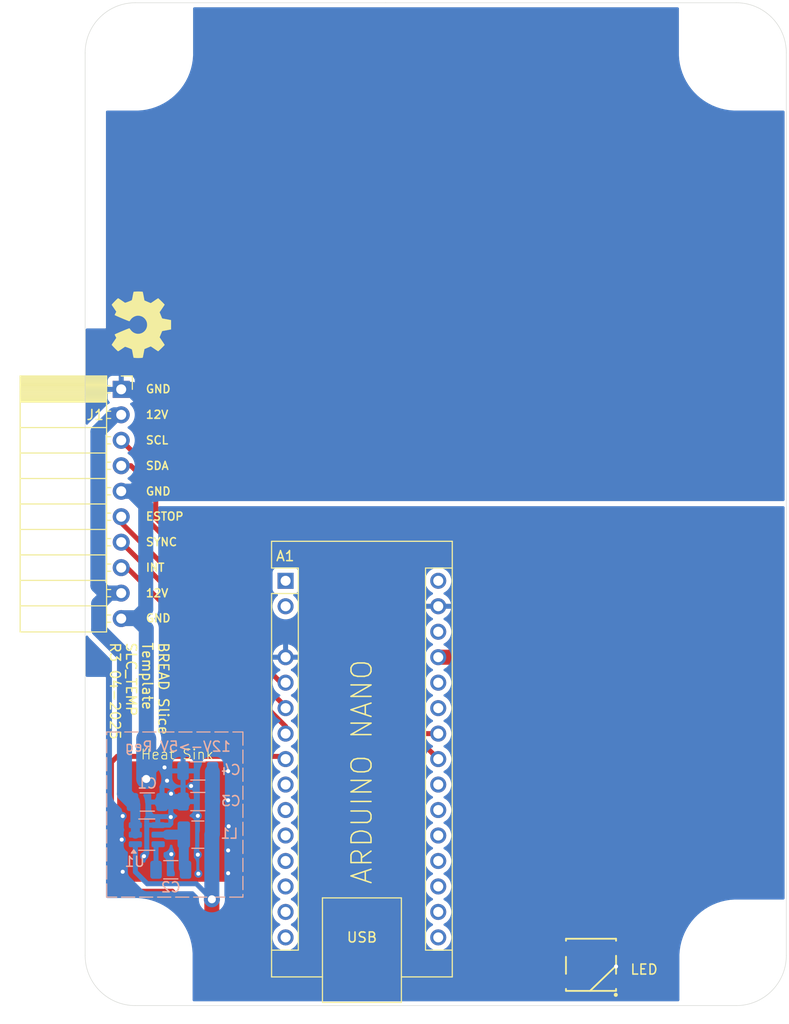
<source format=kicad_pcb>
(kicad_pcb (version 20241229) (generator "pcbnew") (generator_version "9.0")
  (layers (0 "F.Cu" signal) (2 "B.Cu" signal) (13 "F.Paste" user) (15 "B.Paste" user) (5 "F.SilkS" user "F.Silkscreen") (7 "B.SilkS" user "B.Silkscreen") (1 "F.Mask" user) (3 "B.Mask" user) (25 "Edge.Cuts" user))
  (net 0 "")
  (net 4 "/LED")
  (net 5 "/I2C_CLK")
  (net 6 "GND")
  (net 7 "/I2C_DAT")
  (net 9 "/SYNC")
  (net 16 "+12V")
  (net 17 "/INT")
  (net 19 "/ESTOP")
  (net 24 "+5V")
  (net 26 "Net-(U1-SW)")
  (net 27 "Net-(U1-BST)")
  (net 28 "unconnected-(A1-VIN-Pad30)")
  (net 33 "GNDPWR")
  (footprint "MountingHole:MountingHole_5mm" (layer "F.Cu") (at 127.6 44.8)
    (property "Reference" "H1" (hide yes))
    (property "Value" "MountingHole")
    (pad "" np_thru_hole circle (at 0 0) (size 5 5) (drill 5) (layers "*.Cu" "*.Mask"))
  )
  (footprint "MountingHole:MountingHole_5mm" (layer "F.Cu") (at 187.6 44.8)
    (property "Reference" "H3" (hide yes))
    (property "Value" "MountingHole")
    (pad "" np_thru_hole circle (at 0 0) (size 5 5) (drill 5) (layers "*.Cu" "*.Mask"))
  )
  (footprint "MountingHole:MountingHole_5mm" (layer "F.Cu") (at 127.6 134.8)
    (property "Reference" "H2" (hide yes))
    (property "Value" "MountingHole")
    (pad "" np_thru_hole circle (at 0 0) (size 5 5) (drill 5) (layers "*.Cu" "*.Mask"))
  )
  (footprint "MountingHole:MountingHole_5mm" (layer "F.Cu") (at 187.6 134.8)
    (property "Reference" "H4" (hide yes))
    (property "Value" "MountingHole")
    (pad "" np_thru_hole circle (at 0 0) (size 5 5) (drill 5) (layers "*.Cu" "*.Mask"))
  )
  (footprint "Module:Arduino_Nano" (layer "F.Cu") (at 142.61 97.44)
    (property "Reference" "A1" (at -0.035 -2.465 0) (layer "F.SilkS"))
    (property "Value" "Arduino_Nano_v3.x")
    (fp_line (start -1.4 -3.94) (end -1.4 -1.27) (stroke (width 0.12)) (layer "F.SilkS"))
    (fp_line (start -1.4 1.27) (end -1.4 39.5) (stroke (width 0.12)) (layer "F.SilkS"))
    (fp_line (start -1.4 39.5) (end 3.68 39.5) (stroke (width 0.12)) (layer "F.SilkS"))
    (fp_line (start 1.27 -1.27) (end -1.4 -1.27) (stroke (width 0.12)) (layer "F.SilkS"))
    (fp_line (start 1.27 1.27) (end -1.4 1.27) (stroke (width 0.12)) (layer "F.SilkS"))
    (fp_line (start 1.27 1.27) (end 1.27 -1.27) (stroke (width 0.12)) (layer "F.SilkS"))
    (fp_line (start 1.27 1.27) (end 1.27 36.83) (stroke (width 0.12)) (layer "F.SilkS"))
    (fp_line (start 1.27 36.83) (end -1.4 36.83) (stroke (width 0.12)) (layer "F.SilkS"))
    (fp_line (start 3.68 31.62) (end 11.56 31.62) (stroke (width 0.12)) (layer "F.SilkS"))
    (fp_line (start 3.68 42.04) (end 3.68 31.62) (stroke (width 0.12)) (layer "F.SilkS"))
    (fp_line (start 11.56 31.62) (end 11.56 42.04) (stroke (width 0.12)) (layer "F.SilkS"))
    (fp_line (start 11.56 42.04) (end 3.68 42.04) (stroke (width 0.12)) (layer "F.SilkS"))
    (fp_line (start 13.97 -1.27) (end 13.97 36.83) (stroke (width 0.12)) (layer "F.SilkS"))
    (fp_line (start 13.97 -1.27) (end 16.64 -1.27) (stroke (width 0.12)) (layer "F.SilkS"))
    (fp_line (start 13.97 36.83) (end 16.64 36.83) (stroke (width 0.12)) (layer "F.SilkS"))
    (fp_line (start 16.64 -3.94) (end -1.4 -3.94) (stroke (width 0.12)) (layer "F.SilkS"))
    (fp_line (start 16.64 39.5) (end 11.56 39.5) (stroke (width 0.12)) (layer "F.SilkS"))
    (fp_line (start 16.64 39.5) (end 16.64 -3.94) (stroke (width 0.12)) (layer "F.SilkS"))
    (fp_text user "USB" (at 7.62 35.56 0) (layer "F.SilkS"))
    (pad "1" thru_hole rect (at 0 0) (size 1.6 1.6) (drill 1) (layers "*.Cu" "*.Mask"))
    (pad "2" thru_hole oval (at 0 2.54) (size 1.6 1.6) (drill 1) (layers "*.Cu" "*.Mask"))
    (pad "4" thru_hole oval (at 0 7.62) (size 1.6 1.6) (drill 1) (layers "*.Cu" "*.Mask") (net 6 "GND"))
    (pad "5" thru_hole oval (at 0 10.16) (size 1.6 1.6) (drill 1) (layers "*.Cu" "*.Mask") (net 19 "/ESTOP"))
    (pad "6" thru_hole oval (at 0 12.7) (size 1.6 1.6) (drill 1) (layers "*.Cu" "*.Mask") (net 17 "/INT"))
    (pad "7" thru_hole oval (at 0 15.24) (size 1.6 1.6) (drill 1) (layers "*.Cu" "*.Mask") (net 9 "/SYNC"))
    (pad "8" thru_hole oval (at 0 17.78) (size 1.6 1.6) (drill 1) (layers "*.Cu" "*.Mask") (net 4 "/LED"))
    (pad "9" thru_hole oval (at 0 20.32) (size 1.6 1.6) (drill 1) (layers "*.Cu" "*.Mask"))
    (pad "10" thru_hole oval (at 0 22.86) (size 1.6 1.6) (drill 1) (layers "*.Cu" "*.Mask"))
    (pad "11" thru_hole oval (at 0 25.4) (size 1.6 1.6) (drill 1) (layers "*.Cu" "*.Mask"))
    (pad "12" thru_hole oval (at 0 27.94) (size 1.6 1.6) (drill 1) (layers "*.Cu" "*.Mask"))
    (pad "13" thru_hole oval (at 0 30.48) (size 1.6 1.6) (drill 1) (layers "*.Cu" "*.Mask"))
    (pad "14" thru_hole oval (at 0 33.02) (size 1.6 1.6) (drill 1) (layers "*.Cu" "*.Mask"))
    (pad "15" thru_hole oval (at 0 35.56) (size 1.6 1.6) (drill 1) (layers "*.Cu" "*.Mask"))
    (pad "16" thru_hole oval (at 15.24 35.56) (size 1.6 1.6) (drill 1) (layers "*.Cu" "*.Mask"))
    (pad "17" thru_hole oval (at 15.24 33.02) (size 1.6 1.6) (drill 1) (layers "*.Cu" "*.Mask"))
    (pad "18" thru_hole oval (at 15.24 30.48) (size 1.6 1.6) (drill 1) (layers "*.Cu" "*.Mask"))
    (pad "19" thru_hole oval (at 15.24 27.94) (size 1.6 1.6) (drill 1) (layers "*.Cu" "*.Mask"))
    (pad "20" thru_hole oval (at 15.24 25.4) (size 1.6 1.6) (drill 1) (layers "*.Cu" "*.Mask"))
    (pad "21" thru_hole oval (at 15.24 22.86) (size 1.6 1.6) (drill 1) (layers "*.Cu" "*.Mask"))
    (pad "22" thru_hole oval (at 15.24 20.32) (size 1.6 1.6) (drill 1) (layers "*.Cu" "*.Mask"))
    (pad "23" thru_hole oval (at 15.24 17.78) (size 1.6 1.6) (drill 1) (layers "*.Cu" "*.Mask") (net 7 "/I2C_DAT"))
    (pad "24" thru_hole oval (at 15.24 15.24) (size 1.6 1.6) (drill 1) (layers "*.Cu" "*.Mask") (net 5 "/I2C_CLK"))
    (pad "25" thru_hole oval (at 15.24 12.7) (size 1.6 1.6) (drill 1) (layers "*.Cu" "*.Mask"))
    (pad "26" thru_hole oval (at 15.24 10.16) (size 1.6 1.6) (drill 1) (layers "*.Cu" "*.Mask"))
    (pad "27" thru_hole oval (at 15.24 7.62) (size 1.6 1.6) (drill 1) (layers "*.Cu" "*.Mask") (net 24 "+5V"))
    (pad "28" thru_hole oval (at 15.24 5.08) (size 1.6 1.6) (drill 1) (layers "*.Cu" "*.Mask"))
    (pad "29" thru_hole oval (at 15.24 2.54) (size 1.6 1.6) (drill 1) (layers "*.Cu" "*.Mask") (net 6 "GND"))
    (pad "30" thru_hole oval (at 15.24 0) (size 1.6 1.6) (drill 1) (layers "*.Cu" "*.Mask") (net 28 "unconnected-(A1-VIN-Pad30)"))
  )
  (footprint "Connector_PinSocket_2.54mm:PinSocket_1x10_P2.54mm_Horizontal" (layer "F.Cu") (at 126.2 78.35)
    (property "Reference" "J1" (at -2.6 2.55 0) (layer "F.SilkS"))
    (property "Value" "Conn_01x10_Female")
    (fp_line (start -10.09 -1.33) (end -10.09 24.19) (stroke (width 0.12)) (layer "F.SilkS"))
    (fp_line (start -10.09 -1.33) (end -1.46 -1.33) (stroke (width 0.12)) (layer "F.SilkS"))
    (fp_line (start -10.09 -1.21) (end -1.46 -1.21) (stroke (width 0.12)) (layer "F.SilkS"))
    (fp_line (start -10.09 -1.091905) (end -1.46 -1.091905) (stroke (width 0.12)) (layer "F.SilkS"))
    (fp_line (start -10.09 -0.97381) (end -1.46 -0.97381) (stroke (width 0.12)) (layer "F.SilkS"))
    (fp_line (start -10.09 -0.855715) (end -1.46 -0.855715) (stroke (width 0.12)) (layer "F.SilkS"))
    (fp_line (start -10.09 -0.73762) (end -1.46 -0.73762) (stroke (width 0.12)) (layer "F.SilkS"))
    (fp_line (start -10.09 -0.619525) (end -1.46 -0.619525) (stroke (width 0.12)) (layer "F.SilkS"))
    (fp_line (start -10.09 -0.50143) (end -1.46 -0.50143) (stroke (width 0.12)) (layer "F.SilkS"))
    (fp_line (start -10.09 -0.383335) (end -1.46 -0.383335) (stroke (width 0.12)) (layer "F.SilkS"))
    (fp_line (start -10.09 -0.26524) (end -1.46 -0.26524) (stroke (width 0.12)) (layer "F.SilkS"))
    (fp_line (start -10.09 -0.147145) (end -1.46 -0.147145) (stroke (width 0.12)) (layer "F.SilkS"))
    (fp_line (start -10.09 -0.02905) (end -1.46 -0.02905) (stroke (width 0.12)) (layer "F.SilkS"))
    (fp_line (start -10.09 0.089045) (end -1.46 0.089045) (stroke (width 0.12)) (layer "F.SilkS"))
    (fp_line (start -10.09 0.20714) (end -1.46 0.20714) (stroke (width 0.12)) (layer "F.SilkS"))
    (fp_line (start -10.09 0.325235) (end -1.46 0.325235) (stroke (width 0.12)) (layer "F.SilkS"))
    (fp_line (start -10.09 0.44333) (end -1.46 0.44333) (stroke (width 0.12)) (layer "F.SilkS"))
    (fp_line (start -10.09 0.561425) (end -1.46 0.561425) (stroke (width 0.12)) (layer "F.SilkS"))
    (fp_line (start -10.09 0.67952) (end -1.46 0.67952) (stroke (width 0.12)) (layer "F.SilkS"))
    (fp_line (start -10.09 0.797615) (end -1.46 0.797615) (stroke (width 0.12)) (layer "F.SilkS"))
    (fp_line (start -10.09 0.91571) (end -1.46 0.91571) (stroke (width 0.12)) (layer "F.SilkS"))
    (fp_line (start -10.09 1.033805) (end -1.46 1.033805) (stroke (width 0.12)) (layer "F.SilkS"))
    (fp_line (start -10.09 1.1519) (end -1.46 1.1519) (stroke (width 0.12)) (layer "F.SilkS"))
    (fp_line (start -10.09 1.27) (end -1.46 1.27) (stroke (width 0.12)) (layer "F.SilkS"))
    (fp_line (start -10.09 3.81) (end -1.46 3.81) (stroke (width 0.12)) (layer "F.SilkS"))
    (fp_line (start -10.09 6.35) (end -1.46 6.35) (stroke (width 0.12)) (layer "F.SilkS"))
    (fp_line (start -10.09 8.89) (end -1.46 8.89) (stroke (width 0.12)) (layer "F.SilkS"))
    (fp_line (start -10.09 11.43) (end -1.46 11.43) (stroke (width 0.12)) (layer "F.SilkS"))
    (fp_line (start -10.09 13.97) (end -1.46 13.97) (stroke (width 0.12)) (layer "F.SilkS"))
    (fp_line (start -10.09 16.51) (end -1.46 16.51) (stroke (width 0.12)) (layer "F.SilkS"))
    (fp_line (start -10.09 19.05) (end -1.46 19.05) (stroke (width 0.12)) (layer "F.SilkS"))
    (fp_line (start -10.09 21.59) (end -1.46 21.59) (stroke (width 0.12)) (layer "F.SilkS"))
    (fp_line (start -10.09 24.19) (end -1.46 24.19) (stroke (width 0.12)) (layer "F.SilkS"))
    (fp_line (start -1.46 -1.33) (end -1.46 24.19) (stroke (width 0.12)) (layer "F.SilkS"))
    (fp_line (start -1.46 -0.36) (end -1.11 -0.36) (stroke (width 0.12)) (layer "F.SilkS"))
    (fp_line (start -1.46 0.36) (end -1.11 0.36) (stroke (width 0.12)) (layer "F.SilkS"))
    (fp_line (start -1.46 2.18) (end -1.05 2.18) (stroke (width 0.12)) (layer "F.SilkS"))
    (fp_line (start -1.46 2.9) (end -1.05 2.9) (stroke (width 0.12)) (layer "F.SilkS"))
    (fp_line (start -1.46 4.72) (end -1.05 4.72) (stroke (width 0.12)) (layer "F.SilkS"))
    (fp_line (start -1.46 5.44) (end -1.05 5.44) (stroke (width 0.12)) (layer "F.SilkS"))
    (fp_line (start -1.46 7.26) (end -1.05 7.26) (stroke (width 0.12)) (layer "F.SilkS"))
    (fp_line (start -1.46 7.98) (end -1.05 7.98) (stroke (width 0.12)) (layer "F.SilkS"))
    (fp_line (start -1.46 9.8) (end -1.05 9.8) (stroke (width 0.12)) (layer "F.SilkS"))
    (fp_line (start -1.46 10.52) (end -1.05 10.52) (stroke (width 0.12)) (layer "F.SilkS"))
    (fp_line (start -1.46 12.34) (end -1.05 12.34) (stroke (width 0.12)) (layer "F.SilkS"))
    (fp_line (start -1.46 13.06) (end -1.05 13.06) (stroke (width 0.12)) (layer "F.SilkS"))
    (fp_line (start -1.46 14.88) (end -1.05 14.88) (stroke (width 0.12)) (layer "F.SilkS"))
    (fp_line (start -1.46 15.6) (end -1.05 15.6) (stroke (width 0.12)) (layer "F.SilkS"))
    (fp_line (start -1.46 17.42) (end -1.05 17.42) (stroke (width 0.12)) (layer "F.SilkS"))
    (fp_line (start -1.46 18.14) (end -1.05 18.14) (stroke (width 0.12)) (layer "F.SilkS"))
    (fp_line (start -1.46 19.96) (end -1.05 19.96) (stroke (width 0.12)) (layer "F.SilkS"))
    (fp_line (start -1.46 20.68) (end -1.05 20.68) (stroke (width 0.12)) (layer "F.SilkS"))
    (fp_line (start -1.46 22.5) (end -1.05 22.5) (stroke (width 0.12)) (layer "F.SilkS"))
    (fp_line (start -1.46 23.22) (end -1.05 23.22) (stroke (width 0.12)) (layer "F.SilkS"))
    (fp_line (start 0 -1.33) (end 1.11 -1.33) (stroke (width 0.12)) (layer "F.SilkS"))
    (fp_line (start 1.11 -1.33) (end 1.11 0) (stroke (width 0.12)) (layer "F.SilkS"))
    (pad "1" thru_hole rect (at 0 0) (size 1.7 1.7) (drill 1) (layers "*.Cu" "*.Mask") (net 33 "GNDPWR"))
    (pad "2" thru_hole oval (at 0 2.54) (size 1.7 1.7) (drill 1) (layers "*.Cu" "*.Mask") (net 16 "+12V"))
    (pad "3" thru_hole oval (at 0 5.08) (size 1.7 1.7) (drill 1) (layers "*.Cu" "*.Mask") (net 5 "/I2C_CLK"))
    (pad "4" thru_hole oval (at 0 7.62) (size 1.7 1.7) (drill 1) (layers "*.Cu" "*.Mask") (net 7 "/I2C_DAT"))
    (pad "5" thru_hole oval (at 0 10.16) (size 1.7 1.7) (drill 1) (layers "*.Cu" "*.Mask") (net 33 "GNDPWR"))
    (pad "6" thru_hole oval (at 0 12.7) (size 1.7 1.7) (drill 1) (layers "*.Cu" "*.Mask") (net 19 "/ESTOP"))
    (pad "7" thru_hole oval (at 0 15.24) (size 1.7 1.7) (drill 1) (layers "*.Cu" "*.Mask") (net 17 "/INT"))
    (pad "8" thru_hole oval (at 0 17.78) (size 1.7 1.7) (drill 1) (layers "*.Cu" "*.Mask") (net 9 "/SYNC"))
    (pad "9" thru_hole oval (at 0 20.32) (size 1.7 1.7) (drill 1) (layers "*.Cu" "*.Mask") (net 16 "+12V"))
    (pad "10" thru_hole oval (at 0 22.86) (size 1.7 1.7) (drill 1) (layers "*.Cu" "*.Mask") (net 33 "GNDPWR"))
  )
  (footprint "Symbol:OSHW-Symbol_6.7x6mm_SilkScreen" (layer "F.Cu") (at 128.2 71.9 -90)
    (property "Reference" "Logo1" (hide yes))
    (property "Value" "Logo_Open_Hardware_Small" (hide yes))
    (fp_poly (pts (xy 0.555814 -2.531069) (xy 0.639635 -2.086445) (xy 0.94892 -1.958947) (xy 1.258206 -1.831449) (xy 1.629246 -2.083754) (xy 1.733157 -2.154004) (xy 1.827087 -2.216728) (xy 1.906652 -2.269062) (xy 1.96747 -2.308143) (xy 2.005157 -2.331107) (xy 2.015421 -2.336058) (xy 2.03391 -2.323324) (xy 2.07342 -2.288118) (xy 2.129522 -2.234938) (xy 2.197787 -2.168282) (xy 2.273786 -2.092646) (xy 2.353092 -2.012528) (xy 2.431275 -1.932426) (xy 2.503907 -1.856836) (xy 2.566559 -1.790255) (xy 2.614803 -1.737182) (xy 2.64421 -1.702113) (xy 2.651241 -1.690377) (xy 2.641123 -1.66874) (xy 2.612759 -1.621338) (xy 2.569129 -1.552807) (xy 2.513218 -1.467785) (xy 2.448006 -1.370907) (xy 2.410219 -1.31565) (xy 2.341343 -1.214752) (xy 2.28014 -1.123701) (xy 2.229578 -1.04703) (xy 2.192628 -0.989272) (xy 2.172258 -0.954957) (xy 2.169197 -0.947746) (xy 2.176136 -0.927252) (xy 2.195051 -0.879487) (xy 2.223087 -0.811168) (xy 2.257391 -0.729011) (xy 2.295109 -0.63973) (xy 2.333387 -0.550042) (xy 2.36937 -0.466662) (xy 2.400206 -0.396306) (xy 2.423039 -0.34569) (xy 2.435017 -0.321529) (xy 2.435724 -0.320578) (xy 2.454531 -0.315964) (xy 2.504618 -0.305672) (xy 2.580793 -0.290713) (xy 2.677865 -0.272099) (xy 2.790643 -0.250841) (xy 2.856442 -0.238582) (xy 2.97695 -0.215638) (xy 3.085797 -0.193805) (xy 3.177476 -0.174278) (xy 3.246481 -0.158252) (xy 3.287304 -0.146921) (xy 3.295511 -0.143326) (xy 3.303548 -0.118994) (xy 3.310033 -0.064041) (xy 3.31497 0.015108) (xy 3.318364 0.112026) (xy 3.320218 0.220287) (xy 3.320538 0.333465) (xy 3.319327 0.445135) (xy 3.31659 0.548868) (xy 3.312331 0.638241) (xy 3.306555 0.706826) (xy 3.299267 0.748197) (xy 3.294895 0.75681) (xy 3.268764 0.767133) (xy 3.213393 0.781892) (xy 3.136107 0.799352) (xy 3.04423 0.81778) (xy 3.012158 0.823741) (xy 2.857524 0.852066) (xy 2.735375 0.874876) (xy 2.641673 0.89308) (xy 2.572384 0.907583) (xy 2.523471 0.919292) (xy 2.490897 0.929115) (xy 2.470628 0.937956) (xy 2.458626 0.946724) (xy 2.456947 0.948457) (xy 2.440184 0.976371) (xy 2.414614 1.030695) (xy 2.382788 1.104777) (xy 2.34726 1.191965) (xy 2.310583 1.285608) (xy 2.275311 1.379052) (xy 2.243996 1.465647) (xy 2.219193 1.53874) (xy 2.203454 1.591678) (xy 2.199332 1.617811) (xy 2.199676 1.618726) (xy 2.213641 1.640086) (xy 2.245322 1.687084) (xy 2.291391 1.754827) (xy 2.348518 1.838423) (xy 2.413373 1.932982) (xy 2.431843 1.959854) (xy 2.497699 2.057275) (xy 2.55565 2.146163) (xy 2.602538 2.221412) (xy 2.635207 2.27792) (xy 2.6505 2.310581) (xy 2.651241 2.314593) (xy 2.638392 2.335684) (xy 2.602888 2.377464) (xy 2.549293 2.435445) (xy 2.482171 2.505135) (xy 2.406087 2.582045) (xy 2.325604 2.661683) (xy 2.245287 2.739561) (xy 2.169699 2.811186) (xy 2.103405 2.87207) (xy 2.050969 2.917721) (xy 2.016955 2.94365) (xy 2.007545 2.947883) (xy 1.985643 2.937912) (xy 1.9408 2.91102) (xy 1.880321 2.871736) (xy 1.833789 2.840117) (xy 1.749475 2.782098) (xy 1.649626 2.713784) (xy 1.549473 2.645579) (xy 1.495627 2.609075) (xy 1.313371 2.4858) (xy 1.160381 2.56852) (xy 1.090682 2.604759) (xy 1.031414 2.632926) (xy 0.991311 2.648991) (xy 0.981103 2.651226) (xy 0.968829 2.634722) (xy 0.944613 2.588082) (xy 0.910263 2.515609) (xy 0.867588 2.421606) (xy 0.818394 2.310374) (xy 0.76449 2.186215) (xy 0.707684 2.053432) (xy 0.649782 1.916327) (xy 0.592593 1.779202) (xy 0.537924 1.646358) (xy 0.487584 1.522098) (xy 0.44338 1.410725) (xy 0.407119 1.316539) (xy 0.380609 1.243844) (xy 0.365658 1.196941) (xy 0.363254 1.180833) (xy 0.382311 1.160286) (xy 0.424036 1.126933) (xy 0.479706 1.087702) (xy 0.484378 1.084599) (xy 0.628264 0.969423) (xy 0.744283 0.835053) (xy 0.83143 0.685784) (xy 0.888699 0.525913) (xy 0.915086 0.359737) (xy 0.909585 0.191552) (xy 0.87119 0.025655) (xy 0.798895 -0.133658) (xy 0.777626 -0.168513) (xy 0.666996 -0.309263) (xy 0.536302 -0.422286) (xy 0.390064 -0.506997) (xy 0.232808 -0.562806) (xy 0.069057 -0.589126) (xy -0.096667 -0.58537) (xy -0.259838 -0.55095) (xy -0.415935 -0.485277) (xy -0.560433 -0.387765) (xy -0.605131 -0.348187) (xy -0.718888 -0.224297) (xy -0.801782 -0.093876) (xy -0.858644 0.052315) (xy -0.890313 0.197088) (xy -0.898131 0.35986) (xy -0.872062 0.52344) (xy -0.814755 0.682298) (xy -0.728856 0.830906) (xy -0.617014 0.963735) (xy -0.481877 1.075256) (xy -0.464117 1.087011) (xy -0.40785 1.125508) (xy -0.365077 1.158863) (xy -0.344628 1.18016) (xy -0.344331 1.180833) (xy -0.348721 1.203871) (xy -0.366124 1.256157) (xy -0.394732 1.33339) (xy -0.432735 1.431268) (xy -0.478326 1.545491) (xy -0.529697 1.671758) (xy -0.585038 1.805767) (xy -0.642542 1.943218) (xy -0.700399 2.079808) (xy -0.756802 2.211237) (xy -0.809942 2.333205) (xy -0.85801 2.441409) (xy -0.899199 2.531549) (xy -0.931699 2.599323) (xy -0.953703 2.64043) (xy -0.962564 2.651226) (xy -0.98964 2.642819) (xy -1.040303 2.620272) (xy -1.105817 2.587613) (xy -1.141841 2.56852) (xy -1.294832 2.4858) (xy -1.477088 2.609075) (xy -1.570125 2.672228) (xy -1.671985 2.741727) (xy -1.767438 2.807165) (xy -1.81525 2.840117) (xy -1.882495 2.885273) (xy -1.939436 2.921057) (xy -1.978646 2.942938) (xy -1.991381 2.947563) (xy -2.009917 2.935085) (xy -2.050941 2.900252) (xy -2.110475 2.846678) (xy -2.184542 2.777983) (xy -2.269165 2.697781) (xy -2.322685 2.646286) (xy -2.416319 2.554286) (xy -2.497241 2.471999) (xy -2.562177 2.402945) (xy -2.607858 2.350644) (xy -2.631011 2.318616) (xy -2.633232 2.312116) (xy -2.622924 2.287394) (xy -2.594439 2.237405) (xy -2.550937 2.167212) (xy -2.495577 2.081875) (xy -2.43152 1.986456) (xy -2.413303 1.959854) (xy -2.346927 1.863167) (xy -2.287378 1.776117) (xy -2.237984 1.703595) (xy -2.202075 1.650493) (xy -2.182981 1.621703) (xy -2.181136 1.618726) (xy -2.183895 1.595782) (xy -2.198538 1.545336) (xy -2.222513 1.474041) (xy -2.253266 1.388547) (xy -2.288244 1.295507) (xy -2.324893 1.201574) (xy -2.360661 1.113399) (xy -2.392994 1.037634) (xy -2.419338 0.980931) (xy -2.437142 0.949943) (xy -2.438407 0.948457) (xy -2.449294 0.939601) (xy -2.467682 0.930843) (xy -2.497606 0.921277) (xy -2.543103 0.909996) (xy -2.608209 0.896093) (xy -2.696961 0.878663) (xy -2.813393 0.856798) (xy -2.961542 0.829591) (xy -2.993618 0.823741) (xy -3.088686 0.805374) (xy -3.171565 0.787405) (xy -3.23493 0.771569) (xy -3.271458 0.7596) (xy -3.276356 0.75681) (xy -3.284427 0.732072) (xy -3.290987 0.67679) (xy -3.296033 0.597389) (xy -3.299559 0.500296) (xy -3.301561 0.391938) (xy -3.302036 0.27874) (xy -3.300977 0.167128) (xy -3.298382 0.063529) (xy -3.294246 -0.025632) (xy -3.288563 -0.093928) (xy -3.281331 -0.134934) (xy -3.276971 -0.143326) (xy -3.252698 -0.151792) (xy -3.197426 -0.165565) (xy -3.116662 -0.18345) (xy -3.015912 -0.204252) (xy -2.900683 -0.226777) (xy -2.837902 -0.238582) (xy -2.718787 -0.260849) (xy -2.612565 -0.281021) (xy -2.524427 -0.298085) (xy -2.459566 -0.311031) (xy -2.423174 -0.318845) (xy -2.417184 -0.320578) (xy -2.407061 -0.34011) (xy -2.385662 -0.387157) (xy -2.355839 -0.454997) (xy -2.320445 -0.536909) (xy -2.282332 -0.626172) (xy -2.244353 -0.716065) (xy -2.20936 -0.799865) (xy -2.180206 -0.870853) (xy -2.159743 -0.922306) (xy -2.150823 -0.947503) (xy -2.150657 -0.948604) (xy -2.160769 -0.968481) (xy -2.189117 -1.014223) (xy -2.232723 -1.081283) (xy -2.288606 -1.165116) (xy -2.353787 -1.261174) (xy -2.391679 -1.31635) (xy -2.460725 -1.417519) (xy -2.52205 -1.50937) (xy -2.572663 -1.587256) (xy -2.609571 -1.646531) (xy -2.629782 -1.682549) (xy -2.632701 -1.690623) (xy -2.620153 -1.709416) (xy -2.585463 -1.749543) (xy -2.533063 -1.806507) (xy -2.467384 -1.875815) (xy -2.392856 -1.952969) (xy -2.313913 -2.033475) (xy -2.234983 -2.112837) (xy -2.1605 -2.18656) (xy -2.094894 -2.250148) (xy -2.042596 -2.299106) (xy -2.008039 -2.328939) (xy -1.996478 -2.336058) (xy -1.977654 -2.326047) (xy -1.932631 -2.297922) (xy -1.865787 -2.254546) (xy -1.781499 -2.198782) (xy -1.684144 -2.133494) (xy -1.610707 -2.083754) (xy -1.239667 -1.831449) (xy -0.621095 -2.086445) (xy -0.537275 -2.531069) (xy -0.453454 -2.975693) (xy 0.471994 -2.975693) (xy 0.555814 -2.531069)) (stroke (width 0.01)) (fill yes) (layer "F.SilkS"))
  )
  (footprint "SparkFun-LED:WS2812-5050-4PIN" (layer "F.Cu") (at 173.1 135.732769)
    (property "Reference" "D1")
    (property "Value" "WS2812B_5050")
    (fp_line (start -2.5 -2.6) (end 2.5 -2.6) (stroke (width 0.1778)) (layer "F.SilkS"))
    (fp_line (start -2.5 -2.4) (end -2.5 -2.6) (stroke (width 0.1778)) (layer "F.SilkS"))
    (fp_line (start -2.5 0.9) (end -2.5 -0.8) (stroke (width 0.1778)) (layer "F.SilkS"))
    (fp_line (start -2.5 2.4) (end -2.5 2.6) (stroke (width 0.1778)) (layer "F.SilkS"))
    (fp_line (start -2.5 2.6) (end 2.5 2.6) (stroke (width 0.1778)) (layer "F.SilkS"))
    (fp_line (start 2.5 -2.6) (end 2.5 -2.4) (stroke (width 0.1778)) (layer "F.SilkS"))
    (fp_line (start 2.5 -0.9) (end 2.5 0.1) (stroke (width 0.1778)) (layer "F.SilkS"))
    (fp_line (start 2.5 0.1) (end -0.1 2.6) (stroke (width 0.1778)) (layer "F.SilkS"))
    (fp_line (start 2.5 0.1) (end 2.5 0.9) (stroke (width 0.1778)) (layer "F.SilkS"))
    (fp_line (start 2.5 2.6) (end 2.5 2.4) (stroke (width 0.1778)) (layer "F.SilkS"))
    (fp_circle (center 2.475 2.99375) (end 2.475 3.09375) (stroke (width 0.2)) (fill yes) (layer "F.SilkS"))
    (pad "1" smd rect (at -2.577 -1.6) (size 1.651 1) (layers "F.Cu" "F.Mask" "F.Paste") (net 24 "+5V"))
    (pad "2" smd rect (at -2.577 1.6) (size 1.651 1) (layers "F.Cu" "F.Mask" "F.Paste"))
    (pad "3" smd rect (at 2.577 1.6) (size 1.651 1) (layers "F.Cu" "F.Mask" "F.Paste") (net 6 "GND"))
    (pad "4" smd rect (at 2.577 -1.6) (size 1.651 1) (layers "F.Cu" "F.Mask" "F.Paste") (net 4 "/LED"))
  )
  (footprint "kml-custom:Thermal Pad" (layer "F.Cu") (at 131.8 121.45)
    (property "Reference" "HS1")
    (property "Value" "Heatsink_Pad")
    (fp_text user "Heat Sink" (at 0 -6.7 0) (layer "F.SilkS") (effects (font (thickness 0.1))))
    (pad "1" smd roundrect (at 0 0) (size 12 12) (layers "F.Cu" "F.Mask" "F.Paste") (roundrect_rratio 0.08333333333) (net 6 "GND"))
  )
  (footprint "NetTie:NetTie-2_SMD_Pad2.0mm" (layer "B.Cu") (at 128.7 115.2 90)
    (property "Reference" "NT1" (hide yes))
    (property "Value" "NetTie_2" (hide yes))
    (fp_poly (pts (xy -2 1) (xy 2 1) (xy 2 -1) (xy -2 -1)) (fill yes) (layer "B.Cu"))
    (pad "1" smd circle (at -2 0 90) (size 2 2) (layers "B.Cu") (net 6 "GND"))
    (pad "2" smd circle (at 2 0 90) (size 2 2) (layers "B.Cu") (net 33 "GNDPWR"))
  )
  (footprint "Capacitor_SMD:C_1206_3216Metric" (layer "B.Cu") (at 128.8 119.5 180)
    (property "Reference" "C1" (at 0 1.85 180) (layer "B.SilkS") (effects (justify mirror)))
    (property "Value" "22uF")
    (fp_line (start 0.711252 0.91) (end -0.711252 0.91) (stroke (width 0.12)) (layer "B.SilkS"))
    (fp_line (start 0.711252 -0.91) (end -0.711252 -0.91) (stroke (width 0.12)) (layer "B.SilkS"))
    (pad "1" smd roundrect (at -1.475 0 180) (size 1.15 1.8) (layers "B.Cu" "B.Mask" "B.Paste") (roundrect_rratio 0.217391) (net 6 "GND"))
    (pad "2" smd roundrect (at 1.475 0 180) (size 1.15 1.8) (layers "B.Cu" "B.Mask" "B.Paste") (roundrect_rratio 0.217391) (net 16 "+12V"))
  )
  (footprint "Package_TO_SOT_SMD:TSOT-23-6" (layer "B.Cu") (at 128.75 122.755)
    (property "Reference" "U1" (at -1.2 2.695 0) (layer "B.SilkS") (effects (justify mirror)))
    (property "Value" "AP63205")
    (fp_line (start -0.8 -1.56) (end 0 -1.56) (stroke (width 0.12)) (layer "B.SilkS"))
    (fp_line (start -0.8 1.56) (end 0 1.56) (stroke (width 0.12)) (layer "B.SilkS"))
    (fp_line (start 0.8 -1.56) (end 0 -1.56) (stroke (width 0.12)) (layer "B.SilkS"))
    (fp_line (start 0.8 1.56) (end 0 1.56) (stroke (width 0.12)) (layer "B.SilkS"))
    (fp_poly (pts (xy -1.3 1.51) (xy -1.54 1.84) (xy -1.06 1.84) (xy -1.3 1.51)) (stroke (width 0.12)) (fill yes) (layer "B.SilkS"))
    (pad "1" smd roundrect (at -1.1375 0.95) (size 1.325 0.6) (layers "B.Cu" "B.Mask" "B.Paste") (net 24 "+5V"))
    (pad "2" smd roundrect (at -1.1375 0) (size 1.325 0.6) (layers "B.Cu" "B.Mask" "B.Paste") (net 16 "+12V"))
    (pad "3" smd roundrect (at -1.1375 -0.95) (size 1.325 0.6) (layers "B.Cu" "B.Mask" "B.Paste") (net 16 "+12V"))
    (pad "4" smd roundrect (at 1.1375 -0.95) (size 1.325 0.6) (layers "B.Cu" "B.Mask" "B.Paste") (net 6 "GND"))
    (pad "5" smd roundrect (at 1.1375 0) (size 1.325 0.6) (layers "B.Cu" "B.Mask" "B.Paste") (net 26 "Net-(U1-SW)"))
    (pad "6" smd roundrect (at 1.1375 0.95) (size 1.325 0.6) (layers "B.Cu" "B.Mask" "B.Paste") (net 27 "Net-(U1-BST)"))
  )
  (footprint "Capacitor_SMD:C_1206_3216Metric" (layer "B.Cu") (at 131.15 126.255 180)
    (property "Reference" "C2" (at 0 -1.745 180) (layer "B.SilkS") (effects (justify mirror)))
    (property "Value" "100nF")
    (fp_line (start 0.711252 0.91) (end -0.711252 0.91) (stroke (width 0.12)) (layer "B.SilkS"))
    (fp_line (start 0.711252 -0.91) (end -0.711252 -0.91) (stroke (width 0.12)) (layer "B.SilkS"))
    (pad "1" smd roundrect (at -1.475 0 180) (size 1.15 1.8) (layers "B.Cu" "B.Mask" "B.Paste") (roundrect_rratio 0.217391) (net 26 "Net-(U1-SW)"))
    (pad "2" smd roundrect (at 1.475 0 180) (size 1.15 1.8) (layers "B.Cu" "B.Mask" "B.Paste") (roundrect_rratio 0.217391) (net 27 "Net-(U1-BST)"))
  )
  (footprint "Capacitor_SMD:C_1206_3216Metric" (layer "B.Cu") (at 133.85 119.455)
    (property "Reference" "C3" (at 3.3 -0.055 0) (layer "B.SilkS") (effects (justify mirror)))
    (property "Value" "22uF")
    (fp_line (start 0.711252 -0.91) (end -0.711252 -0.91) (stroke (width 0.12)) (layer "B.SilkS"))
    (fp_line (start 0.711252 0.91) (end -0.711252 0.91) (stroke (width 0.12)) (layer "B.SilkS"))
    (pad "1" smd roundrect (at -1.475 0) (size 1.15 1.8) (layers "B.Cu" "B.Mask" "B.Paste") (roundrect_rratio 0.217391) (net 6 "GND"))
    (pad "2" smd roundrect (at 1.475 0) (size 1.15 1.8) (layers "B.Cu" "B.Mask" "B.Paste") (roundrect_rratio 0.217391) (net 24 "+5V"))
  )
  (footprint "Capacitor_SMD:C_1206_3216Metric" (layer "B.Cu") (at 133.85 116.4)
    (property "Reference" "C4" (at 3.3 -0.105 0) (layer "B.SilkS") (effects (justify mirror)))
    (property "Value" "22uF")
    (fp_line (start 0.711252 -0.91) (end -0.711252 -0.91) (stroke (width 0.12)) (layer "B.SilkS"))
    (fp_line (start 0.711252 0.91) (end -0.711252 0.91) (stroke (width 0.12)) (layer "B.SilkS"))
    (pad "1" smd roundrect (at -1.475 0) (size 1.15 1.8) (layers "B.Cu" "B.Mask" "B.Paste") (roundrect_rratio 0.217391) (net 6 "GND"))
    (pad "2" smd roundrect (at 1.475 0) (size 1.15 1.8) (layers "B.Cu" "B.Mask" "B.Paste") (roundrect_rratio 0.217391) (net 24 "+5V"))
  )
  (footprint "Inductor_SMD:L_1210_3225Metric" (layer "B.Cu") (at 133.85 122.755)
    (property "Reference" "L1" (at 3.15 -0.105 0) (layer "B.SilkS") (effects (justify mirror)))
    (property "Value" "4.7uH")
    (fp_line (start 0.602064 -1.36) (end -0.602064 -1.36) (stroke (width 0.12)) (layer "B.SilkS"))
    (fp_line (start 0.602064 1.36) (end -0.602064 1.36) (stroke (width 0.12)) (layer "B.SilkS"))
    (pad "1" smd roundrect (at -1.4 0) (size 1.25 2.65) (layers "B.Cu" "B.Mask" "B.Paste") (roundrect_rratio 0.2) (net 26 "Net-(U1-SW)"))
    (pad "2" smd roundrect (at 1.4 0) (size 1.25 2.65) (layers "B.Cu" "B.Mask" "B.Paste") (roundrect_rratio 0.2) (net 24 "+5V"))
  )
  (gr_rect (start 124.75 112.516) (end 138.35 128.984) (stroke (width 0.12) (type dash)) (fill no) (layer "B.SilkS"))
  (gr_line (start 192.6 44.8) (end 192.6 94.8) (stroke (width 0.05)) (layer "Edge.Cuts"))
  (gr_arc (start 187.6 39.8) (mid 191.135534 41.264466) (end 192.6 44.8) (stroke (width 0.05)) (layer "Edge.Cuts"))
  (gr_arc (start 192.6 134.8) (mid 191.135534 138.335534) (end 187.6 139.8) (stroke (width 0.05)) (layer "Edge.Cuts"))
  (gr_line (start 152.6 39.8) (end 187.6 39.8) (stroke (width 0.05)) (layer "Edge.Cuts"))
  (gr_arc (start 122.6 44.8) (mid 124.064466 41.264466) (end 127.6 39.8) (stroke (width 0.05)) (layer "Edge.Cuts"))
  (gr_line (start 192.6 94.8) (end 192.6 134.8) (stroke (width 0.05)) (layer "Edge.Cuts"))
  (gr_line (start 122.6 134.8) (end 122.6 44.8) (stroke (width 0.05)) (layer "Edge.Cuts"))
  (gr_line (start 127.6 39.8) (end 152.6 39.8) (stroke (width 0.05)) (layer "Edge.Cuts"))
  (gr_arc (start 127.6 139.8) (mid 124.064466 138.335534) (end 122.6 134.8) (stroke (width 0.05)) (layer "Edge.Cuts"))
  (gr_line (start 127.6 139.8) (end 187.6 139.8) (stroke (width 0.05)) (layer "Edge.Cuts"))
  (gr_text "GND" (at 129.89619 88.522 0) (layer "F.SilkS") (effects (font (size 0.8 0.8))))
  (gr_text "LED" (at 178.4 136.2 0) (layer "F.SilkS") (effects (font (size 1 1))))
  (gr_text "12V" (at 129.781905 98.672 0) (layer "F.SilkS") (effects (font (size 0.8 0.8))))
  (gr_text "SYNC" (at 130.22 93.572 0) (layer "F.SilkS") (effects (font (size 0.8 0.8))))
  (gr_text "GND" (at 129.89619 101.172 0) (layer "F.SilkS") (effects (font (size 0.8 0.8))))
  (gr_text "BREAD Slice\nTemplate\nSLC_TEMP\nR3 04-2025" (at 128 103.5 270) (layer "F.SilkS") (effects (font (size 1 1)) (justify left)))
  (gr_text "GND" (at 129.89619 78.322 0) (layer "F.SilkS") (effects (font (size 0.8 0.8))))
  (gr_text "ESTOP" (at 130.543809 91.022 0) (layer "F.SilkS") (effects (font (size 0.8 0.8))))
  (gr_text "INT" (at 129.591428 96.122 0) (layer "F.SilkS") (effects (font (size 0.8 0.8))))
  (gr_text "SDA" (at 129.800952 85.972 0) (layer "F.SilkS") (effects (font (size 0.8 0.8))))
  (gr_text "SCL" (at 129.781905 83.422 0) (layer "F.SilkS") (effects (font (size 0.8 0.8))))
  (gr_text "ARDUINO NANO" (at 150.22 116.49 90) (layer "F.SilkS") (effects (font (size 2 2))))
  (gr_text "12V" (at 129.781905 80.872 0) (layer "F.SilkS") (effects (font (size 0.8 0.8))))
  (gr_text "12V->5V Reg" (at 131.85 114.555 0) (layer "B.SilkS") (effects (font (size 1 1)) (justify bottom mirror)))
  (segment (start 125.225 115.525) (end 125.8 114.95) (width 0.5) (layer "F.Cu") (net 4))
  (segment (start 142.34 114.95) (end 142.61 115.22) (width 0.5) (layer "F.Cu") (net 4))
  (segment (start 177 135.455769) (end 177 138.35) (width 0.5) (layer "F.Cu") (net 4))
  (segment (start 125.8 114.95) (end 142.34 114.95) (width 0.5) (layer "F.Cu") (net 4))
  (segment (start 131.3 128.4) (end 126.2 128.4) (width 0.5) (layer "F.Cu") (net 4))
  (segment (start 176.3 139.05) (end 139.352944 139.05) (width 0.5) (layer "F.Cu") (net 4))
  (segment (start 175.677 134.132769) (end 177 135.455769) (width 0.5) (layer "F.Cu") (net 4))
  (segment (start 125.225 127.425) (end 125.225 115.525) (width 0.5) (layer "F.Cu") (net 4))
  (segment (start 142.61 115.22) (end 142.69 115.22) (width 0.5) (layer "F.Cu") (net 4))
  (segment (start 134.05 131.15) (end 131.3 128.4) (width 0.5) (layer "F.Cu") (net 4))
  (segment (start 139.352944 139.05) (end 134.05 133.747056) (width 0.5) (layer "F.Cu") (net 4))
  (segment (start 134.05 133.747056) (end 134.05 131.15) (width 0.5) (layer "F.Cu") (net 4))
  (segment (start 177 138.35) (end 176.3 139.05) (width 0.5) (layer "F.Cu") (net 4))
  (segment (start 126.2 128.4) (end 125.225 127.425) (width 0.5) (layer "F.Cu") (net 4))
  (segment (start 145.75 102) (end 140.43995 102) (width 0.5) (layer "F.Cu") (net 5))
  (segment (start 129.65 91.21005) (end 129.65 86.88) (width 0.5) (layer "F.Cu") (net 5))
  (segment (start 157.85 112.68) (end 156.43 112.68) (width 0.5) (layer "F.Cu") (net 5))
  (segment (start 140.43995 102) (end 129.65 91.21005) (width 0.5) (layer "F.Cu") (net 5))
  (segment (start 129.65 86.88) (end 126.2 83.43) (width 0.5) (layer "F.Cu") (net 5))
  (segment (start 156.43 112.68) (end 145.75 102) (width 0.5) (layer "F.Cu") (net 5))
  (segment (start 175.6 135.9) (end 175.6 137.255769) (width 0.5) (layer "F.Cu") (net 6))
  (via (at 133.85 120.875) (size 0.8) (drill 0.4) (layers "F.Cu" "B.Cu") (net 6))
  (via (at 133.85 124.75) (size 0.8) (drill 0.4) (layers "F.Cu" "B.Cu") (net 6))
  (via (at 136.875 116.425) (size 0.8) (drill 0.4) (layers "F.Cu" "B.Cu") (net 6))
  (via (at 126.35 126.455) (size 0.8) (drill 0.4) (layers "F.Cu" "B.Cu") (net 6))
  (via (at 128.7 117.2) (size 1.6) (drill 0.8) (layers "F.Cu" "B.Cu") (net 6))
  (via (at 130.775 117.375) (size 0.8) (drill 0.4) (layers "F.Cu" "B.Cu") (net 6))
  (via (at 136.875 126.6) (size 0.8) (drill 0.4) (layers "F.Cu" "B.Cu") (net 6))
  (via (at 131.175 118.675) (size 0.8) (drill 0.4) (layers "F.Cu" "B.Cu") (net 6))
  (via (at 133.175 117.9) (size 0.8) (drill 0.4) (layers "F.Cu" "B.Cu") (net 6))
  (via (at 136.925 121.92) (size 0.8) (drill 0.4) (layers "F.Cu" "B.Cu") (net 6))
  (via (at 130.525 116.05) (size 0.8) (drill 0.4) (layers "F.Cu" "B.Cu") (net 6))
  (via (at 133.9 126.65) (size 0.8) (drill 0.4) (layers "F.Cu" "B.Cu") (net 6))
  (via (at 175.6 135.9) (size 0.8) (drill 0.4) (layers "F.Cu" "B.Cu") (net 6))
  (via (at 126.25 123.25) (size 0.8) (drill 0.4) (layers "F.Cu" "B.Cu") (net 6))
  (via (at 136.875 124.325) (size 0.8) (drill 0.4) (layers "F.Cu" "B.Cu") (net 6))
  (via (at 126.35 120.9) (size 0.8) (drill 0.4) (layers "F.Cu" "B.Cu") (net 6))
  (via (at 136.875 119.325) (size 0.8) (drill 0.4) (layers "F.Cu" "B.Cu") (net 6))
  (via (at 131.15 121) (size 0.8) (drill 0.4) (layers "F.Cu" "B.Cu") (net 6))
  (via (at 131.2 124.7) (size 0.8) (drill 0.4) (layers "F.Cu" "B.Cu") (net 6))
  (via (at 128.475 124.9) (size 0.8) (drill 0.4) (layers "F.Cu" "B.Cu") (net 6))
  (segment (start 129.8875 121.805) (end 128.8 121.805) (width 0.5) (layer "B.Cu") (net 6))
  (segment (start 128.8 121.805) (end 128.75 121.855) (width 0.5) (layer "B.Cu") (net 6))
  (segment (start 130.32 119.455) (end 132.375 119.455) (width 1.5) (layer "B.Cu") (net 6))
  (segment (start 131.105 120.955) (end 129.85 120.955) (width 0.5) (layer "B.Cu") (net 6))
  (segment (start 128.95 120.955) (end 128.75 121.155) (width 0.5) (layer "B.Cu") (net 6))
  (segment (start 128.75 124.625) (end 128.475 124.9) (width 0.5) (layer "B.Cu") (net 6))
  (segment (start 131 121.805) (end 131.15 121.655) (width 0.5) (layer "B.Cu") (net 6))
  (segment (start 129.85 121.7675) (end 129.8875 121.805) (width 0.5) (layer "B.Cu") (net 6))
  (segment (start 129.85 120.955) (end 128.95 120.955) (width 0.5) (layer "B.Cu") (net 6))
  (segment (start 131.15 119.455) (end 131.15 120.255) (width 0.5) (layer "B.Cu") (net 6))
  (segment (start 131.15 119.455) (end 131.15 118.755) (width 0.5) (layer "B.Cu") (net 6))
  (segment (start 128.75 121.855) (end 128.75 124.625) (width 0.5) (layer "B.Cu") (net 6))
  (segment (start 131.15 121) (end 131.105 120.955) (width 0.5) (layer "B.Cu") (net 6))
  (segment (start 128.75 121.155) (end 128.75 121.855) (width 0.5) (layer "B.Cu") (net 6))
  (segment (start 131.15 121.655) (end 131.15 120.255) (width 0.5) (layer "B.Cu") (net 6))
  (segment (start 130.275 119.5) (end 130.32 119.455) (width 1.5) (layer "B.Cu") (net 6))
  (segment (start 129.8875 121.805) (end 131 121.805) (width 0.5) (layer "B.Cu") (net 6))
  (segment (start 129.85 120.955) (end 129.85 121.7675) (width 0.5) (layer "B.Cu") (net 6))
  (segment (start 131.15 121) (end 131.15 120.255) (width 0.5) (layer "B.Cu") (net 6))
  (segment (start 145.33 102.7) (end 157.85 115.22) (width 0.5) (layer "F.Cu") (net 7))
  (segment (start 126.2 85.97) (end 127.17 85.97) (width 0.5) (layer "F.Cu") (net 7))
  (segment (start 128.95 91.5) (end 140.15 102.7) (width 0.5) (layer "F.Cu") (net 7))
  (segment (start 140.15 102.7) (end 145.33 102.7) (width 0.5) (layer "F.Cu") (net 7))
  (segment (start 127.17 85.97) (end 128.95 87.75) (width 0.5) (layer "F.Cu") (net 7))
  (segment (start 128.95 87.75) (end 128.95 91.5) (width 0.5) (layer "F.Cu") (net 7))
  (segment (start 142.61 111.96) (end 142.61 112.68) (width 0.5) (layer "F.Cu") (net 9))
  (segment (start 126.2 96.13) (end 126.78 96.13) (width 0.5) (layer "F.Cu") (net 9))
  (segment (start 126.78 96.13) (end 142.61 111.96) (width 0.5) (layer "F.Cu") (net 9))
  (segment (start 123.95 102.3) (end 126.525 104.875) (width 1.5) (layer "B.Cu") (net 16))
  (segment (start 126.525 118.7) (end 127.325 119.5) (width 1.5) (layer "B.Cu") (net 16))
  (segment (start 126.2 80.89) (end 125.56 80.89) (width 1.5) (layer "B.Cu") (net 16))
  (segment (start 125.005 98.67) (end 123.95 99.725) (width 1.5) (layer "B.Cu") (net 16))
  (segment (start 126.2 98.67) (end 125.005 98.67) (width 1.5) (layer "B.Cu") (net 16))
  (segment (start 127.6125 119.7875) (end 127.325 119.5) (width 1) (layer "B.Cu") (net 16))
  (segment (start 127.6125 121.805) (end 127.6125 122.705) (width 0.9) (layer "B.Cu") (net 16))
  (segment (start 127.6125 121.805) (end 127.6125 119.7875) (width 1) (layer "B.Cu") (net 16))
  (segment (start 124.62 98.67) (end 126.2 98.67) (width 1.5) (layer "B.Cu") (net 16))
  (segment (start 123.875 82.575) (end 123.875 97.925) (width 1.5) (layer "B.Cu") (net 16))
  (segment (start 126.525 104.875) (end 126.525 118.7) (width 1.5) (layer "B.Cu") (net 16))
  (segment (start 123.875 97.925) (end 124.62 98.67) (width 1.5) (layer "B.Cu") (net 16))
  (segment (start 123.95 99.725) (end 123.95 102.3) (width 1.5) (layer "B.Cu") (net 16))
  (segment (start 125.56 80.89) (end 123.875 82.575) (width 1.5) (layer "B.Cu") (net 16))
  (segment (start 126.2 93.59) (end 142.61 110) (width 0.5) (layer "F.Cu") (net 17))
  (segment (start 142.61 110) (end 142.61 110.14) (width 0.5) (layer "F.Cu") (net 17))
  (segment (start 142.15 107.6) (end 142.61 107.6) (width 0.5) (layer "F.Cu") (net 19))
  (segment (start 126.2 91.65) (end 142.15 107.6) (width 0.5) (layer "F.Cu") (net 19))
  (segment (start 126.2 91.05) (end 126.2 91.65) (width 0.5) (layer "F.Cu") (net 19))
  (segment (start 168.25 133.8) (end 168.25 109.6) (width 1.5) (layer "F.Cu") (net 24))
  (segment (start 135.25 133.25) (end 139.85 137.85) (width 1.5) (layer "F.Cu") (net 24))
  (segment (start 135.25 129.2) (end 135.25 133.25) (width 1.5) (layer "F.Cu") (net 24))
  (segment (start 170.532769 134.132769) (end 170.523 134.132769) (width 0.5) (layer "F.Cu") (net 24))
  (segment (start 164.2 137.85) (end 168.25 133.8) (width 1.5) (layer "F.Cu") (net 24))
  (segment (start 163.71 105.06) (end 157.85 105.06) (width 1.5) (layer "F.Cu") (net 24))
  (segment (start 157.83 105.06) (end 157.85 105.06) (width 1.5) (layer "F.Cu") (net 24))
  (segment (start 168.582769 134.132769) (end 170.523 134.132769) (width 0.5) (layer "F.Cu") (net 24))
  (segment (start 139.85 137.85) (end 164.2 137.85) (width 1.5) (layer "F.Cu") (net 24))
  (segment (start 168.25 109.6) (end 163.71 105.06) (width 1.5) (layer "F.Cu") (net 24))
  (segment (start 168.25 133.8) (end 168.582769 134.132769) (width 0.5) (layer "F.Cu") (net 24))
  (via (at 135.25 129.2) (size 1.6) (drill 0.8) (layers "F.Cu" "B.Cu") (net 24))
  (segment (start 135.3 116.48) (end 135.3 119.43) (width 1.5) (layer "B.Cu") (net 24))
  (segment (start 135.3 119.43) (end 135.325 119.455) (width 1.5) (layer "B.Cu") (net 24))
  (segment (start 135.25 129.2) (end 133.7 127.65) (width 0.5) (layer "B.Cu") (net 24))
  (segment (start 127.6125 126.4625) (end 127.6125 123.705) (width 0.5) (layer "B.Cu") (net 24))
  (segment (start 128.8 127.65) (end 127.6125 126.4625) (width 0.5) (layer "B.Cu") (net 24))
  (segment (start 135.3 119.48) (end 135.3 122.705) (width 1.5) (layer "B.Cu") (net 24))
  (segment (start 133.7 127.65) (end 128.8 127.65) (width 0.5) (layer "B.Cu") (net 24))
  (segment (start 135.325 122.68) (end 135.25 122.755) (width 1) (layer "B.Cu") (net 24))
  (segment (start 135.25 129.2) (end 135.25 122.755) (width 1.5) (layer "B.Cu") (net 24))
  (segment (start 158.03 105.24) (end 157.85 105.06) (width 0.5) (layer "B.Cu") (net 24))
  (segment (start 135.325 119.455) (end 135.3 119.48) (width 1.5) (layer "B.Cu") (net 24))
  (segment (start 135.3 122.705) (end 135.25 122.755) (width 1.5) (layer "B.Cu") (net 24))
  (segment (start 132.45 126.08) (end 132.625 126.255) (width 1) (layer "B.Cu") (net 26))
  (segment (start 132.45 122.755) (end 130.806238 122.755) (width 1) (layer "B.Cu") (net 26))
  (segment (start 132.45 122.755) (end 132.45 126.08) (width 1) (layer "B.Cu") (net 26))
  (segment (start 129.675 123.9175) (end 129.8875 123.705) (width 0.5) (layer "B.Cu") (net 27))
  (segment (start 129.675 126.255) (end 129.675 123.9175) (width 0.5) (layer "B.Cu") (net 27))
  (segment (start 157.867 97.457) (end 157.85 97.44) (width 1.5) (layer "B.Cu") (net 28))
  (segment (start 128.7 113.2) (end 128.7 102.2) (width 1.5) (layer "B.Cu") (net 33))
  (segment (start 128.65 87.325) (end 128.65 79.75) (width 1.5) (layer "B.Cu") (net 33))
  (segment (start 127.71 101.21) (end 126.2 101.21) (width 1.5) (layer "B.Cu") (net 33))
  (segment (start 126.2 88.51) (end 127.235 88.51) (width 1.5) (layer "B.Cu") (net 33))
  (segment (start 128.65 89.925) (end 128.65 100.27) (width 1.5) (layer "B.Cu") (net 33))
  (segment (start 128.7 102.2) (end 127.71 101.21) (width 1.5) (layer "B.Cu") (net 33))
  (segment (start 127.25 78.35) (end 126.2 78.35) (width 1.5) (layer "B.Cu") (net 33))
  (segment (start 127.795 101.125) (end 126.285 101.125) (width 1.5) (layer "B.Cu") (net 33))
  (segment (start 128.65 79.75) (end 127.25 78.35) (width 1.5) (layer "B.Cu") (net 33))
  (segment (start 127.235 88.51) (end 128.65 89.925) (width 1.5) (layer "B.Cu") (net 33))
  (segment (start 126.2 88.51) (end 127.465 88.51) (width 1.5) (layer "B.Cu") (net 33))
  (segment (start 127.465 88.51) (end 128.65 87.325) (width 1.5) (layer "B.Cu") (net 33))
  (segment (start 128.65 100.27) (end 127.795 101.125) (width 1.5) (layer "B.Cu") (net 33))
  (segment (start 126.285 101.125) (end 126.2 101.21) (width 1.5) (layer "B.Cu") (net 33))
  (zone (net 33) (net_name "GNDPWR") (layer "B.Cu") (connect_pads (clearance 0.5)) (min_thickness 0.25) (fill yes (thermal_gap 0.5) (thermal_bridge_width 0.5))
    (polygon (pts (xy 192.5 89.575) (xy 122.65 89.575) (xy 122.65 40.175) (xy 192.5 40.175)))
  )
  (zone (net 6) (net_name "GND") (layer "B.Cu") (connect_pads (clearance 0.5)) (min_thickness 0.25) (fill yes (thermal_gap 0.5) (thermal_bridge_width 0.5))
    (polygon (pts (xy 192.5 139.45) (xy 122.65 139.45) (xy 122.65 90) (xy 192.5 90)))
  )
)
</source>
